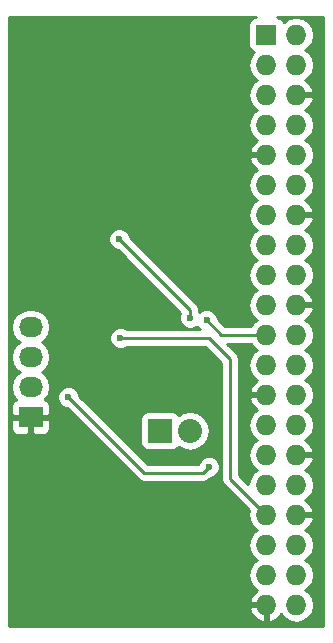
<source format=gbr>
G04 #@! TF.FileFunction,Copper,L2,Bot,Signal*
%FSLAX46Y46*%
G04 Gerber Fmt 4.6, Leading zero omitted, Abs format (unit mm)*
G04 Created by KiCad (PCBNEW 4.0.4-stable) date Monday 17 April 2017 'à' 16:34:51*
%MOMM*%
%LPD*%
G01*
G04 APERTURE LIST*
%ADD10C,0.100000*%
%ADD11R,2.032000X2.032000*%
%ADD12O,2.032000X2.032000*%
%ADD13R,2.032000X1.727200*%
%ADD14O,2.032000X1.727200*%
%ADD15R,1.727200X1.727200*%
%ADD16O,1.727200X1.727200*%
%ADD17C,0.600000*%
%ADD18C,0.250000*%
%ADD19C,0.254000*%
G04 APERTURE END LIST*
D10*
D11*
X170460000Y-133750000D03*
D12*
X173000000Y-133750000D03*
D13*
X159500000Y-132580000D03*
D14*
X159500000Y-130040000D03*
X159500000Y-127500000D03*
X159500000Y-124960000D03*
D15*
X179460000Y-100220000D03*
D16*
X182000000Y-100220000D03*
X179460000Y-102760000D03*
X182000000Y-102760000D03*
X179460000Y-105300000D03*
X182000000Y-105300000D03*
X179460000Y-107840000D03*
X182000000Y-107840000D03*
X179460000Y-110380000D03*
X182000000Y-110380000D03*
X179460000Y-112920000D03*
X182000000Y-112920000D03*
X179460000Y-115460000D03*
X182000000Y-115460000D03*
X179460000Y-118000000D03*
X182000000Y-118000000D03*
X179460000Y-120540000D03*
X182000000Y-120540000D03*
X179460000Y-123080000D03*
X182000000Y-123080000D03*
X179460000Y-125620000D03*
X182000000Y-125620000D03*
X179460000Y-128160000D03*
X182000000Y-128160000D03*
X179460000Y-130700000D03*
X182000000Y-130700000D03*
X179460000Y-133240000D03*
X182000000Y-133240000D03*
X179460000Y-135780000D03*
X182000000Y-135780000D03*
X179460000Y-138320000D03*
X182000000Y-138320000D03*
X179460000Y-140860000D03*
X182000000Y-140860000D03*
X179460000Y-143400000D03*
X182000000Y-143400000D03*
X179460000Y-145940000D03*
X182000000Y-145940000D03*
X179460000Y-148480000D03*
X182000000Y-148480000D03*
D17*
X174206585Y-127124990D03*
X172200000Y-130300000D03*
X171700000Y-124400000D03*
X174600000Y-136800000D03*
X162700000Y-130900000D03*
X167100000Y-125900000D03*
X174400000Y-124400000D03*
X173000000Y-124200000D03*
X167000000Y-117500000D03*
D18*
X169100000Y-137300000D02*
X174100000Y-137300000D01*
X174100000Y-137300000D02*
X174600000Y-136800000D01*
X162700000Y-130900000D02*
X169100000Y-137300000D01*
X176400000Y-127700000D02*
X176400000Y-137800000D01*
X176400000Y-137800000D02*
X179460000Y-140860000D01*
X174600000Y-125900000D02*
X176400000Y-127700000D01*
X167100000Y-125900000D02*
X174600000Y-125900000D01*
X174400000Y-124400000D02*
X175620000Y-125620000D01*
X175620000Y-125620000D02*
X179460000Y-125620000D01*
X167000000Y-117500000D02*
X173000000Y-123500000D01*
X173000000Y-123500000D02*
X173000000Y-124200000D01*
D19*
G36*
X178361083Y-98753238D02*
X178144959Y-98892310D01*
X177999969Y-99104510D01*
X177948960Y-99356400D01*
X177948960Y-101083600D01*
X177993238Y-101318917D01*
X178132310Y-101535041D01*
X178344510Y-101680031D01*
X178388131Y-101688864D01*
X178370971Y-101700330D01*
X178046115Y-102186511D01*
X177932041Y-102760000D01*
X178046115Y-103333489D01*
X178370971Y-103819670D01*
X178685752Y-104030000D01*
X178370971Y-104240330D01*
X178046115Y-104726511D01*
X177932041Y-105300000D01*
X178046115Y-105873489D01*
X178370971Y-106359670D01*
X178685752Y-106570000D01*
X178370971Y-106780330D01*
X178046115Y-107266511D01*
X177932041Y-107840000D01*
X178046115Y-108413489D01*
X178370971Y-108899670D01*
X178694228Y-109115664D01*
X178571510Y-109173179D01*
X178177312Y-109605053D01*
X178005042Y-110020974D01*
X178126183Y-110253000D01*
X179333000Y-110253000D01*
X179333000Y-110233000D01*
X179587000Y-110233000D01*
X179587000Y-110253000D01*
X179607000Y-110253000D01*
X179607000Y-110507000D01*
X179587000Y-110507000D01*
X179587000Y-110527000D01*
X179333000Y-110527000D01*
X179333000Y-110507000D01*
X178126183Y-110507000D01*
X178005042Y-110739026D01*
X178177312Y-111154947D01*
X178571510Y-111586821D01*
X178694228Y-111644336D01*
X178370971Y-111860330D01*
X178046115Y-112346511D01*
X177932041Y-112920000D01*
X178046115Y-113493489D01*
X178370971Y-113979670D01*
X178685752Y-114190000D01*
X178370971Y-114400330D01*
X178046115Y-114886511D01*
X177932041Y-115460000D01*
X178046115Y-116033489D01*
X178370971Y-116519670D01*
X178685752Y-116730000D01*
X178370971Y-116940330D01*
X178046115Y-117426511D01*
X177932041Y-118000000D01*
X178046115Y-118573489D01*
X178370971Y-119059670D01*
X178685752Y-119270000D01*
X178370971Y-119480330D01*
X178046115Y-119966511D01*
X177932041Y-120540000D01*
X178046115Y-121113489D01*
X178370971Y-121599670D01*
X178685752Y-121810000D01*
X178370971Y-122020330D01*
X178046115Y-122506511D01*
X177932041Y-123080000D01*
X178046115Y-123653489D01*
X178370971Y-124139670D01*
X178685752Y-124350000D01*
X178370971Y-124560330D01*
X178170738Y-124860000D01*
X175934802Y-124860000D01*
X175335122Y-124260320D01*
X175335162Y-124214833D01*
X175193117Y-123871057D01*
X174930327Y-123607808D01*
X174586799Y-123465162D01*
X174214833Y-123464838D01*
X173871057Y-123606883D01*
X173797104Y-123680707D01*
X173793117Y-123671057D01*
X173760000Y-123637882D01*
X173760000Y-123500000D01*
X173741478Y-123406883D01*
X173702148Y-123209160D01*
X173537401Y-122962599D01*
X167935122Y-117360320D01*
X167935162Y-117314833D01*
X167793117Y-116971057D01*
X167530327Y-116707808D01*
X167186799Y-116565162D01*
X166814833Y-116564838D01*
X166471057Y-116706883D01*
X166207808Y-116969673D01*
X166065162Y-117313201D01*
X166064838Y-117685167D01*
X166206883Y-118028943D01*
X166469673Y-118292192D01*
X166813201Y-118434838D01*
X166860077Y-118434879D01*
X172174672Y-123749474D01*
X172065162Y-124013201D01*
X172064838Y-124385167D01*
X172206883Y-124728943D01*
X172469673Y-124992192D01*
X172813201Y-125134838D01*
X173185167Y-125135162D01*
X173528943Y-124993117D01*
X173602896Y-124919293D01*
X173606883Y-124928943D01*
X173817572Y-125140000D01*
X167662463Y-125140000D01*
X167630327Y-125107808D01*
X167286799Y-124965162D01*
X166914833Y-124964838D01*
X166571057Y-125106883D01*
X166307808Y-125369673D01*
X166165162Y-125713201D01*
X166164838Y-126085167D01*
X166306883Y-126428943D01*
X166569673Y-126692192D01*
X166913201Y-126834838D01*
X167285167Y-126835162D01*
X167628943Y-126693117D01*
X167662118Y-126660000D01*
X174285198Y-126660000D01*
X175640000Y-128014802D01*
X175640000Y-137800000D01*
X175697852Y-138090839D01*
X175862599Y-138337401D01*
X178007224Y-140482027D01*
X177932041Y-140860000D01*
X178046115Y-141433489D01*
X178370971Y-141919670D01*
X178685752Y-142130000D01*
X178370971Y-142340330D01*
X178046115Y-142826511D01*
X177932041Y-143400000D01*
X178046115Y-143973489D01*
X178370971Y-144459670D01*
X178685752Y-144670000D01*
X178370971Y-144880330D01*
X178046115Y-145366511D01*
X177932041Y-145940000D01*
X178046115Y-146513489D01*
X178370971Y-146999670D01*
X178694228Y-147215664D01*
X178571510Y-147273179D01*
X178177312Y-147705053D01*
X178005042Y-148120974D01*
X178126183Y-148353000D01*
X179333000Y-148353000D01*
X179333000Y-148333000D01*
X179587000Y-148333000D01*
X179587000Y-148353000D01*
X179607000Y-148353000D01*
X179607000Y-148607000D01*
X179587000Y-148607000D01*
X179587000Y-149814469D01*
X179819027Y-149934968D01*
X180348490Y-149686821D01*
X180730008Y-149268839D01*
X180910971Y-149539670D01*
X181397152Y-149864526D01*
X181970641Y-149978600D01*
X182029359Y-149978600D01*
X182602848Y-149864526D01*
X183089029Y-149539670D01*
X183413885Y-149053489D01*
X183527959Y-148480000D01*
X183413885Y-147906511D01*
X183089029Y-147420330D01*
X182774248Y-147210000D01*
X183089029Y-146999670D01*
X183413885Y-146513489D01*
X183527959Y-145940000D01*
X183413885Y-145366511D01*
X183089029Y-144880330D01*
X182774248Y-144670000D01*
X183089029Y-144459670D01*
X183413885Y-143973489D01*
X183527959Y-143400000D01*
X183413885Y-142826511D01*
X183089029Y-142340330D01*
X182765772Y-142124336D01*
X182888490Y-142066821D01*
X183282688Y-141634947D01*
X183454958Y-141219026D01*
X183333817Y-140987000D01*
X182127000Y-140987000D01*
X182127000Y-141007000D01*
X181873000Y-141007000D01*
X181873000Y-140987000D01*
X181853000Y-140987000D01*
X181853000Y-140733000D01*
X181873000Y-140733000D01*
X181873000Y-140713000D01*
X182127000Y-140713000D01*
X182127000Y-140733000D01*
X183333817Y-140733000D01*
X183454958Y-140500974D01*
X183282688Y-140085053D01*
X182888490Y-139653179D01*
X182765772Y-139595664D01*
X183089029Y-139379670D01*
X183413885Y-138893489D01*
X183527959Y-138320000D01*
X183413885Y-137746511D01*
X183089029Y-137260330D01*
X182765772Y-137044336D01*
X182888490Y-136986821D01*
X183282688Y-136554947D01*
X183454958Y-136139026D01*
X183333817Y-135907000D01*
X182127000Y-135907000D01*
X182127000Y-135927000D01*
X181873000Y-135927000D01*
X181873000Y-135907000D01*
X181853000Y-135907000D01*
X181853000Y-135653000D01*
X181873000Y-135653000D01*
X181873000Y-135633000D01*
X182127000Y-135633000D01*
X182127000Y-135653000D01*
X183333817Y-135653000D01*
X183454958Y-135420974D01*
X183282688Y-135005053D01*
X182888490Y-134573179D01*
X182765772Y-134515664D01*
X183089029Y-134299670D01*
X183413885Y-133813489D01*
X183527959Y-133240000D01*
X183413885Y-132666511D01*
X183089029Y-132180330D01*
X182774248Y-131970000D01*
X183089029Y-131759670D01*
X183413885Y-131273489D01*
X183527959Y-130700000D01*
X183413885Y-130126511D01*
X183089029Y-129640330D01*
X182774248Y-129430000D01*
X183089029Y-129219670D01*
X183413885Y-128733489D01*
X183527959Y-128160000D01*
X183413885Y-127586511D01*
X183089029Y-127100330D01*
X182774248Y-126890000D01*
X183089029Y-126679670D01*
X183413885Y-126193489D01*
X183527959Y-125620000D01*
X183413885Y-125046511D01*
X183089029Y-124560330D01*
X182765772Y-124344336D01*
X182888490Y-124286821D01*
X183282688Y-123854947D01*
X183454958Y-123439026D01*
X183333817Y-123207000D01*
X182127000Y-123207000D01*
X182127000Y-123227000D01*
X181873000Y-123227000D01*
X181873000Y-123207000D01*
X181853000Y-123207000D01*
X181853000Y-122953000D01*
X181873000Y-122953000D01*
X181873000Y-122933000D01*
X182127000Y-122933000D01*
X182127000Y-122953000D01*
X183333817Y-122953000D01*
X183454958Y-122720974D01*
X183282688Y-122305053D01*
X182888490Y-121873179D01*
X182765772Y-121815664D01*
X183089029Y-121599670D01*
X183413885Y-121113489D01*
X183527959Y-120540000D01*
X183413885Y-119966511D01*
X183089029Y-119480330D01*
X182774248Y-119270000D01*
X183089029Y-119059670D01*
X183413885Y-118573489D01*
X183527959Y-118000000D01*
X183413885Y-117426511D01*
X183089029Y-116940330D01*
X182765772Y-116724336D01*
X182888490Y-116666821D01*
X183282688Y-116234947D01*
X183454958Y-115819026D01*
X183333817Y-115587000D01*
X182127000Y-115587000D01*
X182127000Y-115607000D01*
X181873000Y-115607000D01*
X181873000Y-115587000D01*
X181853000Y-115587000D01*
X181853000Y-115333000D01*
X181873000Y-115333000D01*
X181873000Y-115313000D01*
X182127000Y-115313000D01*
X182127000Y-115333000D01*
X183333817Y-115333000D01*
X183454958Y-115100974D01*
X183282688Y-114685053D01*
X182888490Y-114253179D01*
X182765772Y-114195664D01*
X183089029Y-113979670D01*
X183413885Y-113493489D01*
X183527959Y-112920000D01*
X183413885Y-112346511D01*
X183089029Y-111860330D01*
X182774248Y-111650000D01*
X183089029Y-111439670D01*
X183413885Y-110953489D01*
X183527959Y-110380000D01*
X183413885Y-109806511D01*
X183089029Y-109320330D01*
X182774248Y-109110000D01*
X183089029Y-108899670D01*
X183413885Y-108413489D01*
X183527959Y-107840000D01*
X183413885Y-107266511D01*
X183089029Y-106780330D01*
X182765772Y-106564336D01*
X182888490Y-106506821D01*
X183282688Y-106074947D01*
X183454958Y-105659026D01*
X183333817Y-105427000D01*
X182127000Y-105427000D01*
X182127000Y-105447000D01*
X181873000Y-105447000D01*
X181873000Y-105427000D01*
X181853000Y-105427000D01*
X181853000Y-105173000D01*
X181873000Y-105173000D01*
X181873000Y-105153000D01*
X182127000Y-105153000D01*
X182127000Y-105173000D01*
X183333817Y-105173000D01*
X183454958Y-104940974D01*
X183282688Y-104525053D01*
X182888490Y-104093179D01*
X182765772Y-104035664D01*
X183089029Y-103819670D01*
X183413885Y-103333489D01*
X183527959Y-102760000D01*
X183413885Y-102186511D01*
X183089029Y-101700330D01*
X182774248Y-101490000D01*
X183089029Y-101279670D01*
X183413885Y-100793489D01*
X183527959Y-100220000D01*
X183413885Y-99646511D01*
X183089029Y-99160330D01*
X182602848Y-98835474D01*
X182029359Y-98721400D01*
X181970641Y-98721400D01*
X181397152Y-98835474D01*
X180931558Y-99146574D01*
X180926762Y-99121083D01*
X180787690Y-98904959D01*
X180575490Y-98759969D01*
X180328736Y-98710000D01*
X184290000Y-98710000D01*
X184290000Y-150290000D01*
X157710000Y-150290000D01*
X157710000Y-148839026D01*
X178005042Y-148839026D01*
X178177312Y-149254947D01*
X178571510Y-149686821D01*
X179100973Y-149934968D01*
X179333000Y-149814469D01*
X179333000Y-148607000D01*
X178126183Y-148607000D01*
X178005042Y-148839026D01*
X157710000Y-148839026D01*
X157710000Y-132865750D01*
X157849000Y-132865750D01*
X157849000Y-133569910D01*
X157945673Y-133803299D01*
X158124302Y-133981927D01*
X158357691Y-134078600D01*
X159214250Y-134078600D01*
X159373000Y-133919850D01*
X159373000Y-132707000D01*
X159627000Y-132707000D01*
X159627000Y-133919850D01*
X159785750Y-134078600D01*
X160642309Y-134078600D01*
X160875698Y-133981927D01*
X161054327Y-133803299D01*
X161151000Y-133569910D01*
X161151000Y-132865750D01*
X160992250Y-132707000D01*
X159627000Y-132707000D01*
X159373000Y-132707000D01*
X158007750Y-132707000D01*
X157849000Y-132865750D01*
X157710000Y-132865750D01*
X157710000Y-124960000D01*
X157816655Y-124960000D01*
X157930729Y-125533489D01*
X158255585Y-126019670D01*
X158570366Y-126230000D01*
X158255585Y-126440330D01*
X157930729Y-126926511D01*
X157816655Y-127500000D01*
X157930729Y-128073489D01*
X158255585Y-128559670D01*
X158570366Y-128770000D01*
X158255585Y-128980330D01*
X157930729Y-129466511D01*
X157816655Y-130040000D01*
X157930729Y-130613489D01*
X158255585Y-131099670D01*
X158277780Y-131114500D01*
X158124302Y-131178073D01*
X157945673Y-131356701D01*
X157849000Y-131590090D01*
X157849000Y-132294250D01*
X158007750Y-132453000D01*
X159373000Y-132453000D01*
X159373000Y-132433000D01*
X159627000Y-132433000D01*
X159627000Y-132453000D01*
X160992250Y-132453000D01*
X161151000Y-132294250D01*
X161151000Y-131590090D01*
X161054327Y-131356701D01*
X160875698Y-131178073D01*
X160722220Y-131114500D01*
X160744415Y-131099670D01*
X160754105Y-131085167D01*
X161764838Y-131085167D01*
X161906883Y-131428943D01*
X162169673Y-131692192D01*
X162513201Y-131834838D01*
X162560077Y-131834879D01*
X168562599Y-137837401D01*
X168809161Y-138002148D01*
X169100000Y-138060000D01*
X174100000Y-138060000D01*
X174390839Y-138002148D01*
X174637401Y-137837401D01*
X174739680Y-137735122D01*
X174785167Y-137735162D01*
X175128943Y-137593117D01*
X175392192Y-137330327D01*
X175534838Y-136986799D01*
X175535162Y-136614833D01*
X175393117Y-136271057D01*
X175130327Y-136007808D01*
X174786799Y-135865162D01*
X174414833Y-135864838D01*
X174071057Y-136006883D01*
X173807808Y-136269673D01*
X173695558Y-136540000D01*
X169414802Y-136540000D01*
X165608802Y-132734000D01*
X168796560Y-132734000D01*
X168796560Y-134766000D01*
X168840838Y-135001317D01*
X168979910Y-135217441D01*
X169192110Y-135362431D01*
X169444000Y-135413440D01*
X171476000Y-135413440D01*
X171711317Y-135369162D01*
X171927441Y-135230090D01*
X172029198Y-135081163D01*
X172368190Y-135307670D01*
X173000000Y-135433345D01*
X173631810Y-135307670D01*
X174167433Y-134949778D01*
X174525325Y-134414155D01*
X174651000Y-133782345D01*
X174651000Y-133717655D01*
X174525325Y-133085845D01*
X174167433Y-132550222D01*
X173631810Y-132192330D01*
X173000000Y-132066655D01*
X172368190Y-132192330D01*
X172028208Y-132419499D01*
X171940090Y-132282559D01*
X171727890Y-132137569D01*
X171476000Y-132086560D01*
X169444000Y-132086560D01*
X169208683Y-132130838D01*
X168992559Y-132269910D01*
X168847569Y-132482110D01*
X168796560Y-132734000D01*
X165608802Y-132734000D01*
X163635122Y-130760320D01*
X163635162Y-130714833D01*
X163493117Y-130371057D01*
X163230327Y-130107808D01*
X162886799Y-129965162D01*
X162514833Y-129964838D01*
X162171057Y-130106883D01*
X161907808Y-130369673D01*
X161765162Y-130713201D01*
X161764838Y-131085167D01*
X160754105Y-131085167D01*
X161069271Y-130613489D01*
X161183345Y-130040000D01*
X161069271Y-129466511D01*
X160744415Y-128980330D01*
X160429634Y-128770000D01*
X160744415Y-128559670D01*
X161069271Y-128073489D01*
X161183345Y-127500000D01*
X161069271Y-126926511D01*
X160744415Y-126440330D01*
X160429634Y-126230000D01*
X160744415Y-126019670D01*
X161069271Y-125533489D01*
X161183345Y-124960000D01*
X161069271Y-124386511D01*
X160744415Y-123900330D01*
X160258234Y-123575474D01*
X159684745Y-123461400D01*
X159315255Y-123461400D01*
X158741766Y-123575474D01*
X158255585Y-123900330D01*
X157930729Y-124386511D01*
X157816655Y-124960000D01*
X157710000Y-124960000D01*
X157710000Y-98710000D01*
X178590873Y-98710000D01*
X178361083Y-98753238D01*
X178361083Y-98753238D01*
G37*
X178361083Y-98753238D02*
X178144959Y-98892310D01*
X177999969Y-99104510D01*
X177948960Y-99356400D01*
X177948960Y-101083600D01*
X177993238Y-101318917D01*
X178132310Y-101535041D01*
X178344510Y-101680031D01*
X178388131Y-101688864D01*
X178370971Y-101700330D01*
X178046115Y-102186511D01*
X177932041Y-102760000D01*
X178046115Y-103333489D01*
X178370971Y-103819670D01*
X178685752Y-104030000D01*
X178370971Y-104240330D01*
X178046115Y-104726511D01*
X177932041Y-105300000D01*
X178046115Y-105873489D01*
X178370971Y-106359670D01*
X178685752Y-106570000D01*
X178370971Y-106780330D01*
X178046115Y-107266511D01*
X177932041Y-107840000D01*
X178046115Y-108413489D01*
X178370971Y-108899670D01*
X178694228Y-109115664D01*
X178571510Y-109173179D01*
X178177312Y-109605053D01*
X178005042Y-110020974D01*
X178126183Y-110253000D01*
X179333000Y-110253000D01*
X179333000Y-110233000D01*
X179587000Y-110233000D01*
X179587000Y-110253000D01*
X179607000Y-110253000D01*
X179607000Y-110507000D01*
X179587000Y-110507000D01*
X179587000Y-110527000D01*
X179333000Y-110527000D01*
X179333000Y-110507000D01*
X178126183Y-110507000D01*
X178005042Y-110739026D01*
X178177312Y-111154947D01*
X178571510Y-111586821D01*
X178694228Y-111644336D01*
X178370971Y-111860330D01*
X178046115Y-112346511D01*
X177932041Y-112920000D01*
X178046115Y-113493489D01*
X178370971Y-113979670D01*
X178685752Y-114190000D01*
X178370971Y-114400330D01*
X178046115Y-114886511D01*
X177932041Y-115460000D01*
X178046115Y-116033489D01*
X178370971Y-116519670D01*
X178685752Y-116730000D01*
X178370971Y-116940330D01*
X178046115Y-117426511D01*
X177932041Y-118000000D01*
X178046115Y-118573489D01*
X178370971Y-119059670D01*
X178685752Y-119270000D01*
X178370971Y-119480330D01*
X178046115Y-119966511D01*
X177932041Y-120540000D01*
X178046115Y-121113489D01*
X178370971Y-121599670D01*
X178685752Y-121810000D01*
X178370971Y-122020330D01*
X178046115Y-122506511D01*
X177932041Y-123080000D01*
X178046115Y-123653489D01*
X178370971Y-124139670D01*
X178685752Y-124350000D01*
X178370971Y-124560330D01*
X178170738Y-124860000D01*
X175934802Y-124860000D01*
X175335122Y-124260320D01*
X175335162Y-124214833D01*
X175193117Y-123871057D01*
X174930327Y-123607808D01*
X174586799Y-123465162D01*
X174214833Y-123464838D01*
X173871057Y-123606883D01*
X173797104Y-123680707D01*
X173793117Y-123671057D01*
X173760000Y-123637882D01*
X173760000Y-123500000D01*
X173741478Y-123406883D01*
X173702148Y-123209160D01*
X173537401Y-122962599D01*
X167935122Y-117360320D01*
X167935162Y-117314833D01*
X167793117Y-116971057D01*
X167530327Y-116707808D01*
X167186799Y-116565162D01*
X166814833Y-116564838D01*
X166471057Y-116706883D01*
X166207808Y-116969673D01*
X166065162Y-117313201D01*
X166064838Y-117685167D01*
X166206883Y-118028943D01*
X166469673Y-118292192D01*
X166813201Y-118434838D01*
X166860077Y-118434879D01*
X172174672Y-123749474D01*
X172065162Y-124013201D01*
X172064838Y-124385167D01*
X172206883Y-124728943D01*
X172469673Y-124992192D01*
X172813201Y-125134838D01*
X173185167Y-125135162D01*
X173528943Y-124993117D01*
X173602896Y-124919293D01*
X173606883Y-124928943D01*
X173817572Y-125140000D01*
X167662463Y-125140000D01*
X167630327Y-125107808D01*
X167286799Y-124965162D01*
X166914833Y-124964838D01*
X166571057Y-125106883D01*
X166307808Y-125369673D01*
X166165162Y-125713201D01*
X166164838Y-126085167D01*
X166306883Y-126428943D01*
X166569673Y-126692192D01*
X166913201Y-126834838D01*
X167285167Y-126835162D01*
X167628943Y-126693117D01*
X167662118Y-126660000D01*
X174285198Y-126660000D01*
X175640000Y-128014802D01*
X175640000Y-137800000D01*
X175697852Y-138090839D01*
X175862599Y-138337401D01*
X178007224Y-140482027D01*
X177932041Y-140860000D01*
X178046115Y-141433489D01*
X178370971Y-141919670D01*
X178685752Y-142130000D01*
X178370971Y-142340330D01*
X178046115Y-142826511D01*
X177932041Y-143400000D01*
X178046115Y-143973489D01*
X178370971Y-144459670D01*
X178685752Y-144670000D01*
X178370971Y-144880330D01*
X178046115Y-145366511D01*
X177932041Y-145940000D01*
X178046115Y-146513489D01*
X178370971Y-146999670D01*
X178694228Y-147215664D01*
X178571510Y-147273179D01*
X178177312Y-147705053D01*
X178005042Y-148120974D01*
X178126183Y-148353000D01*
X179333000Y-148353000D01*
X179333000Y-148333000D01*
X179587000Y-148333000D01*
X179587000Y-148353000D01*
X179607000Y-148353000D01*
X179607000Y-148607000D01*
X179587000Y-148607000D01*
X179587000Y-149814469D01*
X179819027Y-149934968D01*
X180348490Y-149686821D01*
X180730008Y-149268839D01*
X180910971Y-149539670D01*
X181397152Y-149864526D01*
X181970641Y-149978600D01*
X182029359Y-149978600D01*
X182602848Y-149864526D01*
X183089029Y-149539670D01*
X183413885Y-149053489D01*
X183527959Y-148480000D01*
X183413885Y-147906511D01*
X183089029Y-147420330D01*
X182774248Y-147210000D01*
X183089029Y-146999670D01*
X183413885Y-146513489D01*
X183527959Y-145940000D01*
X183413885Y-145366511D01*
X183089029Y-144880330D01*
X182774248Y-144670000D01*
X183089029Y-144459670D01*
X183413885Y-143973489D01*
X183527959Y-143400000D01*
X183413885Y-142826511D01*
X183089029Y-142340330D01*
X182765772Y-142124336D01*
X182888490Y-142066821D01*
X183282688Y-141634947D01*
X183454958Y-141219026D01*
X183333817Y-140987000D01*
X182127000Y-140987000D01*
X182127000Y-141007000D01*
X181873000Y-141007000D01*
X181873000Y-140987000D01*
X181853000Y-140987000D01*
X181853000Y-140733000D01*
X181873000Y-140733000D01*
X181873000Y-140713000D01*
X182127000Y-140713000D01*
X182127000Y-140733000D01*
X183333817Y-140733000D01*
X183454958Y-140500974D01*
X183282688Y-140085053D01*
X182888490Y-139653179D01*
X182765772Y-139595664D01*
X183089029Y-139379670D01*
X183413885Y-138893489D01*
X183527959Y-138320000D01*
X183413885Y-137746511D01*
X183089029Y-137260330D01*
X182765772Y-137044336D01*
X182888490Y-136986821D01*
X183282688Y-136554947D01*
X183454958Y-136139026D01*
X183333817Y-135907000D01*
X182127000Y-135907000D01*
X182127000Y-135927000D01*
X181873000Y-135927000D01*
X181873000Y-135907000D01*
X181853000Y-135907000D01*
X181853000Y-135653000D01*
X181873000Y-135653000D01*
X181873000Y-135633000D01*
X182127000Y-135633000D01*
X182127000Y-135653000D01*
X183333817Y-135653000D01*
X183454958Y-135420974D01*
X183282688Y-135005053D01*
X182888490Y-134573179D01*
X182765772Y-134515664D01*
X183089029Y-134299670D01*
X183413885Y-133813489D01*
X183527959Y-133240000D01*
X183413885Y-132666511D01*
X183089029Y-132180330D01*
X182774248Y-131970000D01*
X183089029Y-131759670D01*
X183413885Y-131273489D01*
X183527959Y-130700000D01*
X183413885Y-130126511D01*
X183089029Y-129640330D01*
X182774248Y-129430000D01*
X183089029Y-129219670D01*
X183413885Y-128733489D01*
X183527959Y-128160000D01*
X183413885Y-127586511D01*
X183089029Y-127100330D01*
X182774248Y-126890000D01*
X183089029Y-126679670D01*
X183413885Y-126193489D01*
X183527959Y-125620000D01*
X183413885Y-125046511D01*
X183089029Y-124560330D01*
X182765772Y-124344336D01*
X182888490Y-124286821D01*
X183282688Y-123854947D01*
X183454958Y-123439026D01*
X183333817Y-123207000D01*
X182127000Y-123207000D01*
X182127000Y-123227000D01*
X181873000Y-123227000D01*
X181873000Y-123207000D01*
X181853000Y-123207000D01*
X181853000Y-122953000D01*
X181873000Y-122953000D01*
X181873000Y-122933000D01*
X182127000Y-122933000D01*
X182127000Y-122953000D01*
X183333817Y-122953000D01*
X183454958Y-122720974D01*
X183282688Y-122305053D01*
X182888490Y-121873179D01*
X182765772Y-121815664D01*
X183089029Y-121599670D01*
X183413885Y-121113489D01*
X183527959Y-120540000D01*
X183413885Y-119966511D01*
X183089029Y-119480330D01*
X182774248Y-119270000D01*
X183089029Y-119059670D01*
X183413885Y-118573489D01*
X183527959Y-118000000D01*
X183413885Y-117426511D01*
X183089029Y-116940330D01*
X182765772Y-116724336D01*
X182888490Y-116666821D01*
X183282688Y-116234947D01*
X183454958Y-115819026D01*
X183333817Y-115587000D01*
X182127000Y-115587000D01*
X182127000Y-115607000D01*
X181873000Y-115607000D01*
X181873000Y-115587000D01*
X181853000Y-115587000D01*
X181853000Y-115333000D01*
X181873000Y-115333000D01*
X181873000Y-115313000D01*
X182127000Y-115313000D01*
X182127000Y-115333000D01*
X183333817Y-115333000D01*
X183454958Y-115100974D01*
X183282688Y-114685053D01*
X182888490Y-114253179D01*
X182765772Y-114195664D01*
X183089029Y-113979670D01*
X183413885Y-113493489D01*
X183527959Y-112920000D01*
X183413885Y-112346511D01*
X183089029Y-111860330D01*
X182774248Y-111650000D01*
X183089029Y-111439670D01*
X183413885Y-110953489D01*
X183527959Y-110380000D01*
X183413885Y-109806511D01*
X183089029Y-109320330D01*
X182774248Y-109110000D01*
X183089029Y-108899670D01*
X183413885Y-108413489D01*
X183527959Y-107840000D01*
X183413885Y-107266511D01*
X183089029Y-106780330D01*
X182765772Y-106564336D01*
X182888490Y-106506821D01*
X183282688Y-106074947D01*
X183454958Y-105659026D01*
X183333817Y-105427000D01*
X182127000Y-105427000D01*
X182127000Y-105447000D01*
X181873000Y-105447000D01*
X181873000Y-105427000D01*
X181853000Y-105427000D01*
X181853000Y-105173000D01*
X181873000Y-105173000D01*
X181873000Y-105153000D01*
X182127000Y-105153000D01*
X182127000Y-105173000D01*
X183333817Y-105173000D01*
X183454958Y-104940974D01*
X183282688Y-104525053D01*
X182888490Y-104093179D01*
X182765772Y-104035664D01*
X183089029Y-103819670D01*
X183413885Y-103333489D01*
X183527959Y-102760000D01*
X183413885Y-102186511D01*
X183089029Y-101700330D01*
X182774248Y-101490000D01*
X183089029Y-101279670D01*
X183413885Y-100793489D01*
X183527959Y-100220000D01*
X183413885Y-99646511D01*
X183089029Y-99160330D01*
X182602848Y-98835474D01*
X182029359Y-98721400D01*
X181970641Y-98721400D01*
X181397152Y-98835474D01*
X180931558Y-99146574D01*
X180926762Y-99121083D01*
X180787690Y-98904959D01*
X180575490Y-98759969D01*
X180328736Y-98710000D01*
X184290000Y-98710000D01*
X184290000Y-150290000D01*
X157710000Y-150290000D01*
X157710000Y-148839026D01*
X178005042Y-148839026D01*
X178177312Y-149254947D01*
X178571510Y-149686821D01*
X179100973Y-149934968D01*
X179333000Y-149814469D01*
X179333000Y-148607000D01*
X178126183Y-148607000D01*
X178005042Y-148839026D01*
X157710000Y-148839026D01*
X157710000Y-132865750D01*
X157849000Y-132865750D01*
X157849000Y-133569910D01*
X157945673Y-133803299D01*
X158124302Y-133981927D01*
X158357691Y-134078600D01*
X159214250Y-134078600D01*
X159373000Y-133919850D01*
X159373000Y-132707000D01*
X159627000Y-132707000D01*
X159627000Y-133919850D01*
X159785750Y-134078600D01*
X160642309Y-134078600D01*
X160875698Y-133981927D01*
X161054327Y-133803299D01*
X161151000Y-133569910D01*
X161151000Y-132865750D01*
X160992250Y-132707000D01*
X159627000Y-132707000D01*
X159373000Y-132707000D01*
X158007750Y-132707000D01*
X157849000Y-132865750D01*
X157710000Y-132865750D01*
X157710000Y-124960000D01*
X157816655Y-124960000D01*
X157930729Y-125533489D01*
X158255585Y-126019670D01*
X158570366Y-126230000D01*
X158255585Y-126440330D01*
X157930729Y-126926511D01*
X157816655Y-127500000D01*
X157930729Y-128073489D01*
X158255585Y-128559670D01*
X158570366Y-128770000D01*
X158255585Y-128980330D01*
X157930729Y-129466511D01*
X157816655Y-130040000D01*
X157930729Y-130613489D01*
X158255585Y-131099670D01*
X158277780Y-131114500D01*
X158124302Y-131178073D01*
X157945673Y-131356701D01*
X157849000Y-131590090D01*
X157849000Y-132294250D01*
X158007750Y-132453000D01*
X159373000Y-132453000D01*
X159373000Y-132433000D01*
X159627000Y-132433000D01*
X159627000Y-132453000D01*
X160992250Y-132453000D01*
X161151000Y-132294250D01*
X161151000Y-131590090D01*
X161054327Y-131356701D01*
X160875698Y-131178073D01*
X160722220Y-131114500D01*
X160744415Y-131099670D01*
X160754105Y-131085167D01*
X161764838Y-131085167D01*
X161906883Y-131428943D01*
X162169673Y-131692192D01*
X162513201Y-131834838D01*
X162560077Y-131834879D01*
X168562599Y-137837401D01*
X168809161Y-138002148D01*
X169100000Y-138060000D01*
X174100000Y-138060000D01*
X174390839Y-138002148D01*
X174637401Y-137837401D01*
X174739680Y-137735122D01*
X174785167Y-137735162D01*
X175128943Y-137593117D01*
X175392192Y-137330327D01*
X175534838Y-136986799D01*
X175535162Y-136614833D01*
X175393117Y-136271057D01*
X175130327Y-136007808D01*
X174786799Y-135865162D01*
X174414833Y-135864838D01*
X174071057Y-136006883D01*
X173807808Y-136269673D01*
X173695558Y-136540000D01*
X169414802Y-136540000D01*
X165608802Y-132734000D01*
X168796560Y-132734000D01*
X168796560Y-134766000D01*
X168840838Y-135001317D01*
X168979910Y-135217441D01*
X169192110Y-135362431D01*
X169444000Y-135413440D01*
X171476000Y-135413440D01*
X171711317Y-135369162D01*
X171927441Y-135230090D01*
X172029198Y-135081163D01*
X172368190Y-135307670D01*
X173000000Y-135433345D01*
X173631810Y-135307670D01*
X174167433Y-134949778D01*
X174525325Y-134414155D01*
X174651000Y-133782345D01*
X174651000Y-133717655D01*
X174525325Y-133085845D01*
X174167433Y-132550222D01*
X173631810Y-132192330D01*
X173000000Y-132066655D01*
X172368190Y-132192330D01*
X172028208Y-132419499D01*
X171940090Y-132282559D01*
X171727890Y-132137569D01*
X171476000Y-132086560D01*
X169444000Y-132086560D01*
X169208683Y-132130838D01*
X168992559Y-132269910D01*
X168847569Y-132482110D01*
X168796560Y-132734000D01*
X165608802Y-132734000D01*
X163635122Y-130760320D01*
X163635162Y-130714833D01*
X163493117Y-130371057D01*
X163230327Y-130107808D01*
X162886799Y-129965162D01*
X162514833Y-129964838D01*
X162171057Y-130106883D01*
X161907808Y-130369673D01*
X161765162Y-130713201D01*
X161764838Y-131085167D01*
X160754105Y-131085167D01*
X161069271Y-130613489D01*
X161183345Y-130040000D01*
X161069271Y-129466511D01*
X160744415Y-128980330D01*
X160429634Y-128770000D01*
X160744415Y-128559670D01*
X161069271Y-128073489D01*
X161183345Y-127500000D01*
X161069271Y-126926511D01*
X160744415Y-126440330D01*
X160429634Y-126230000D01*
X160744415Y-126019670D01*
X161069271Y-125533489D01*
X161183345Y-124960000D01*
X161069271Y-124386511D01*
X160744415Y-123900330D01*
X160258234Y-123575474D01*
X159684745Y-123461400D01*
X159315255Y-123461400D01*
X158741766Y-123575474D01*
X158255585Y-123900330D01*
X157930729Y-124386511D01*
X157816655Y-124960000D01*
X157710000Y-124960000D01*
X157710000Y-98710000D01*
X178590873Y-98710000D01*
X178361083Y-98753238D01*
G36*
X178370971Y-126679670D02*
X178685752Y-126890000D01*
X178370971Y-127100330D01*
X178046115Y-127586511D01*
X177932041Y-128160000D01*
X178046115Y-128733489D01*
X178370971Y-129219670D01*
X178694228Y-129435664D01*
X178571510Y-129493179D01*
X178177312Y-129925053D01*
X178005042Y-130340974D01*
X178126183Y-130573000D01*
X179333000Y-130573000D01*
X179333000Y-130553000D01*
X179587000Y-130553000D01*
X179587000Y-130573000D01*
X179607000Y-130573000D01*
X179607000Y-130827000D01*
X179587000Y-130827000D01*
X179587000Y-130847000D01*
X179333000Y-130847000D01*
X179333000Y-130827000D01*
X178126183Y-130827000D01*
X178005042Y-131059026D01*
X178177312Y-131474947D01*
X178571510Y-131906821D01*
X178694228Y-131964336D01*
X178370971Y-132180330D01*
X178046115Y-132666511D01*
X177932041Y-133240000D01*
X178046115Y-133813489D01*
X178370971Y-134299670D01*
X178685752Y-134510000D01*
X178370971Y-134720330D01*
X178046115Y-135206511D01*
X177932041Y-135780000D01*
X178046115Y-136353489D01*
X178370971Y-136839670D01*
X178685752Y-137050000D01*
X178370971Y-137260330D01*
X178046115Y-137746511D01*
X177942454Y-138267651D01*
X177160000Y-137485198D01*
X177160000Y-127700000D01*
X177102148Y-127409161D01*
X177102148Y-127409160D01*
X176937401Y-127162599D01*
X176154802Y-126380000D01*
X178170738Y-126380000D01*
X178370971Y-126679670D01*
X178370971Y-126679670D01*
G37*
X178370971Y-126679670D02*
X178685752Y-126890000D01*
X178370971Y-127100330D01*
X178046115Y-127586511D01*
X177932041Y-128160000D01*
X178046115Y-128733489D01*
X178370971Y-129219670D01*
X178694228Y-129435664D01*
X178571510Y-129493179D01*
X178177312Y-129925053D01*
X178005042Y-130340974D01*
X178126183Y-130573000D01*
X179333000Y-130573000D01*
X179333000Y-130553000D01*
X179587000Y-130553000D01*
X179587000Y-130573000D01*
X179607000Y-130573000D01*
X179607000Y-130827000D01*
X179587000Y-130827000D01*
X179587000Y-130847000D01*
X179333000Y-130847000D01*
X179333000Y-130827000D01*
X178126183Y-130827000D01*
X178005042Y-131059026D01*
X178177312Y-131474947D01*
X178571510Y-131906821D01*
X178694228Y-131964336D01*
X178370971Y-132180330D01*
X178046115Y-132666511D01*
X177932041Y-133240000D01*
X178046115Y-133813489D01*
X178370971Y-134299670D01*
X178685752Y-134510000D01*
X178370971Y-134720330D01*
X178046115Y-135206511D01*
X177932041Y-135780000D01*
X178046115Y-136353489D01*
X178370971Y-136839670D01*
X178685752Y-137050000D01*
X178370971Y-137260330D01*
X178046115Y-137746511D01*
X177942454Y-138267651D01*
X177160000Y-137485198D01*
X177160000Y-127700000D01*
X177102148Y-127409161D01*
X177102148Y-127409160D01*
X176937401Y-127162599D01*
X176154802Y-126380000D01*
X178170738Y-126380000D01*
X178370971Y-126679670D01*
M02*

</source>
